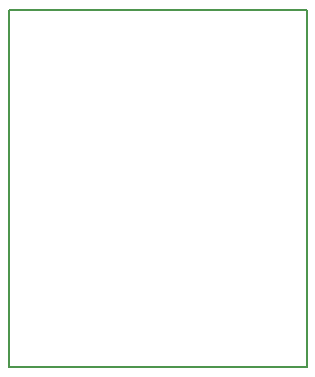
<source format=gm1>
G04 MADE WITH FRITZING*
G04 WWW.FRITZING.ORG*
G04 DOUBLE SIDED*
G04 HOLES PLATED*
G04 CONTOUR ON CENTER OF CONTOUR VECTOR*
%ASAXBY*%
%FSLAX23Y23*%
%MOIN*%
%OFA0B0*%
%SFA1.0B1.0*%
%ADD10R,1.002075X1.196140*%
%ADD11C,0.008000*%
%ADD10C,0.008*%
%LNCONTOUR*%
G90*
G70*
G54D10*
G54D11*
X4Y1192D02*
X998Y1192D01*
X998Y4D01*
X4Y4D01*
X4Y1192D01*
D02*
G04 End of contour*
M02*
</source>
